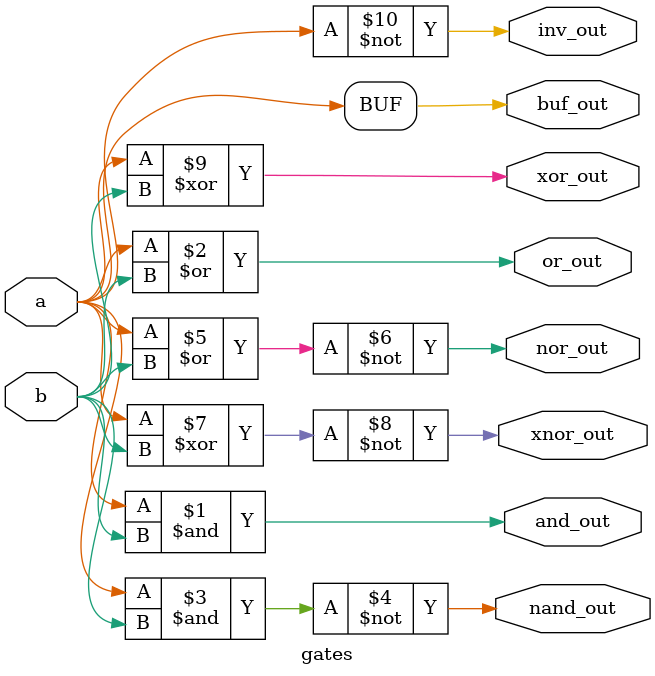
<source format=v>
`timescale 1ns / 1ps


module gates(
    input a,
    input b,
    output and_out,buf_out,nand_out,or_out,nor_out,inv_out,xor_out,xnor_out
    );
    buf(buf_out,a);
    and(and_out,a,b);
    or(or_out,a,b);
    nand(nand_out,a,b);
    nor(nor_out,a,b);
    xnor(xnor_out,a,b);
    xor(xor_out,a,b);
    not(inv_out,a);
    
    
endmodule

</source>
